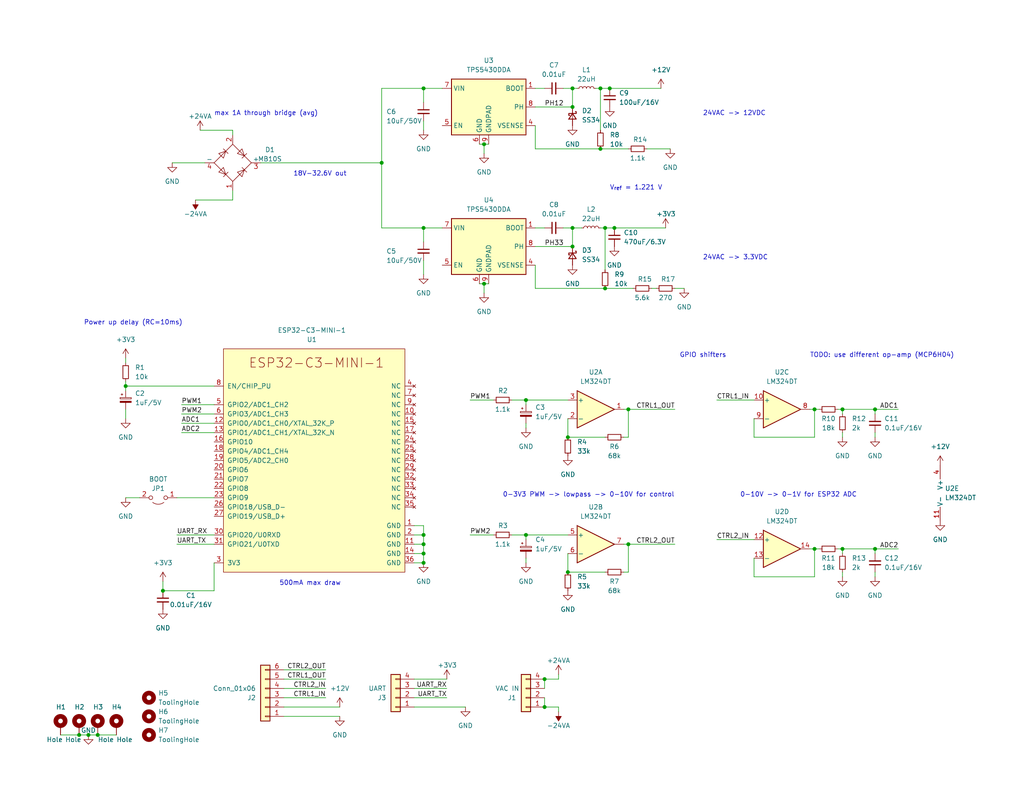
<source format=kicad_sch>
(kicad_sch (version 20211123) (generator eeschema)
  (paper "USLetter")
  (title_block (company "kelvie.ca"))
  (lib_symbols
    (symbol "Amplifier_Operational:LM324" (pin_names (offset 0.127))
      (property "Reference" "U" (at 0 5.08 0))
      (property "Value" "LM324" (at 0 -5.08 0))
      (symbol "LM324_1_1"
        (polyline (pts (xy -5.08 5.08) (xy 5.08 0) (xy -5.08 -5.08) (xy -5.08 5.08)) (stroke (width 0.254)) (fill (type background)))
        (pin output line (at 7.62 0 180) (length 2.54) (name "~") (number "1"))
        (pin input line (at -7.62 -2.54 0) (length 2.54) (name "-") (number "2"))
        (pin input line (at -7.62 2.54 0) (length 2.54) (name "+") (number "3"))
      )
      (symbol "LM324_2_1"
        (polyline (pts (xy -5.08 5.08) (xy 5.08 0) (xy -5.08 -5.08) (xy -5.08 5.08)) (stroke (width 0.254)) (fill (type background)))
        (pin input line (at -7.62 2.54 0) (length 2.54) (name "+") (number "5"))
        (pin input line (at -7.62 -2.54 0) (length 2.54) (name "-") (number "6"))
        (pin output line (at 7.62 0 180) (length 2.54) (name "~") (number "7"))
      )
      (symbol "LM324_3_1"
        (polyline (pts (xy -5.08 5.08) (xy 5.08 0) (xy -5.08 -5.08) (xy -5.08 5.08)) (stroke (width 0.254)) (fill (type background)))
        (pin input line (at -7.62 2.54 0) (length 2.54) (name "+") (number "10"))
        (pin output line (at 7.62 0 180) (length 2.54) (name "~") (number "8"))
        (pin input line (at -7.62 -2.54 0) (length 2.54) (name "-") (number "9"))
      )
      (symbol "LM324_4_1"
        (polyline (pts (xy -5.08 5.08) (xy 5.08 0) (xy -5.08 -5.08) (xy -5.08 5.08)) (stroke (width 0.254)) (fill (type background)))
        (pin input line (at -7.62 2.54 0) (length 2.54) (name "+") (number "12"))
        (pin input line (at -7.62 -2.54 0) (length 2.54) (name "-") (number "13"))
        (pin output line (at 7.62 0 180) (length 2.54) (name "~") (number "14"))
      )
      (symbol "LM324_5_1"
        (pin power_in line (at -2.54 -7.62 90) (length 3.81) (name "V-") (number "11"))
        (pin power_in line (at -2.54 7.62 270) (length 3.81) (name "V+") (number "4"))
      )
    )
    (symbol "Connector_Generic:Conn_01x04" (pin_names (offset 1.016) hide)
      (property "Reference" "J" (at 0 5.08 0))
      (property "Value" "Conn_01x04" (at 0 -7.62 0))
      (symbol "Conn_01x04_1_1"
        (rectangle (start -1.27 -4.953) (end 0 -5.207) (stroke (width 0.1524)))
        (rectangle (start -1.27 -2.413) (end 0 -2.667) (stroke (width 0.1524)))
        (rectangle (start -1.27 0.127) (end 0 -0.127) (stroke (width 0.1524)))
        (rectangle (start -1.27 2.667) (end 0 2.413) (stroke (width 0.1524)))
        (rectangle (start -1.27 3.81) (end 1.27 -6.35) (stroke (width 0.254)) (fill (type background)))
        (pin passive line (at -5.08 2.54 0) (length 3.81) (name "Pin_1") (number "1"))
        (pin passive line (at -5.08 0 0) (length 3.81) (name "Pin_2") (number "2"))
        (pin passive line (at -5.08 -2.54 0) (length 3.81) (name "Pin_3") (number "3"))
        (pin passive line (at -5.08 -5.08 0) (length 3.81) (name "Pin_4") (number "4"))
      )
    )
    (symbol "Connector_Generic:Conn_01x06" (pin_names (offset 1.016) hide)
      (property "Reference" "J" (at 0 7.62 0))
      (property "Value" "Conn_01x06" (at 0 -10.16 0))
      (symbol "Conn_01x06_1_1"
        (rectangle (start -1.27 -7.493) (end 0 -7.747) (stroke (width 0.1524)))
        (rectangle (start -1.27 -4.953) (end 0 -5.207) (stroke (width 0.1524)))
        (rectangle (start -1.27 -2.413) (end 0 -2.667) (stroke (width 0.1524)))
        (rectangle (start -1.27 0.127) (end 0 -0.127) (stroke (width 0.1524)))
        (rectangle (start -1.27 2.667) (end 0 2.413) (stroke (width 0.1524)))
        (rectangle (start -1.27 5.207) (end 0 4.953) (stroke (width 0.1524)))
        (rectangle (start -1.27 6.35) (end 1.27 -8.89) (stroke (width 0.254)) (fill (type background)))
        (pin passive line (at -5.08 5.08 0) (length 3.81) (name "Pin_1") (number "1"))
        (pin passive line (at -5.08 2.54 0) (length 3.81) (name "Pin_2") (number "2"))
        (pin passive line (at -5.08 0 0) (length 3.81) (name "Pin_3") (number "3"))
        (pin passive line (at -5.08 -2.54 0) (length 3.81) (name "Pin_4") (number "4"))
        (pin passive line (at -5.08 -5.08 0) (length 3.81) (name "Pin_5") (number "5"))
        (pin passive line (at -5.08 -7.62 0) (length 3.81) (name "Pin_6") (number "6"))
      )
    )
    (symbol "Device:C_Polarized_Small" (pin_numbers hide) (pin_names (offset 0.254) hide)
      (property "Reference" "C" (at 0.254 1.778 0))
      (property "Value" "C_Polarized_Small" (at 0.254 -2.032 0))
      (symbol "C_Polarized_Small_0_1"
        (rectangle (start -1.524 -0.3048) (end 1.524 -0.6858) (fill (type outline)))
        (rectangle (start -1.524 0.6858) (end 1.524 0.3048))
        (polyline (pts (xy -1.27 1.524) (xy -0.762 1.524)))
        (polyline (pts (xy -1.016 1.27) (xy -1.016 1.778)))
      )
      (symbol "C_Polarized_Small_1_1"
        (pin passive line (at 0 2.54 270) (length 1.8542) (name "~") (number "1"))
        (pin passive line (at 0 -2.54 90) (length 1.8542) (name "~") (number "2"))
      )
    )
    (symbol "Device:C_Small" (pin_numbers hide) (pin_names (offset 0.254) hide)
      (property "Reference" "C" (at 0.254 1.778 0))
      (property "Value" "C_Small" (at 0.254 -2.032 0))
      (symbol "C_Small_0_1"
        (polyline (pts (xy -1.524 -0.508) (xy 1.524 -0.508)) (stroke (width 0.3302)))
        (polyline (pts (xy -1.524 0.508) (xy 1.524 0.508)) (stroke (width 0.3048)))
      )
      (symbol "C_Small_1_1"
        (pin passive line (at 0 2.54 270) (length 2.032) (name "~") (number "1"))
        (pin passive line (at 0 -2.54 90) (length 2.032) (name "~") (number "2"))
      )
    )
    (symbol "Device:D_Schottky_Small" (pin_numbers hide) (pin_names (offset 0.254) hide)
      (property "Reference" "D" (at -1.27 2.032 0))
      (property "Value" "D_Schottky_Small" (at -7.112 -2.032 0))
      (symbol "D_Schottky_Small_0_1"
        (polyline (pts (xy -0.762 0) (xy 0.762 0)))
        (polyline (pts (xy 0.762 -1.016) (xy -0.762 0) (xy 0.762 1.016) (xy 0.762 -1.016)) (stroke (width 0.254)))
        (polyline (pts (xy -1.27 0.762) (xy -1.27 1.016) (xy -0.762 1.016) (xy -0.762 -1.016) (xy -0.254 -1.016) (xy -0.254 -0.762)) (stroke (width 0.254)))
      )
      (symbol "D_Schottky_Small_1_1"
        (pin passive line (at -2.54 0 0) (length 1.778) (name "K") (number "1"))
        (pin passive line (at 2.54 0 180) (length 1.778) (name "A") (number "2"))
      )
    )
    (symbol "Device:L_Small" (pin_numbers hide) (pin_names (offset 0.254) hide)
      (property "Reference" "L" (at 0.762 1.016 0))
      (property "Value" "L_Small" (at 0.762 -1.016 0))
      (symbol "L_Small_0_1"
        (arc (start 0 -2.032) (mid 0.508 -1.524) (end 0 -1.016))
        (arc (start 0 -1.016) (mid 0.508 -0.508) (end 0 0))
        (arc (start 0 0) (mid 0.508 0.508) (end 0 1.016))
        (arc (start 0 1.016) (mid 0.508 1.524) (end 0 2.032))
      )
      (symbol "L_Small_1_1"
        (pin passive line (at 0 2.54 270) (length 0.508) (name "~") (number "1"))
        (pin passive line (at 0 -2.54 90) (length 0.508) (name "~") (number "2"))
      )
    )
    (symbol "Device:R_Small" (pin_numbers hide) (pin_names (offset 0.254) hide)
      (property "Reference" "R" (at 0.762 0.508 0))
      (property "Value" "R_Small" (at 0.762 -1.016 0))
      (symbol "R_Small_0_1"
        (rectangle (start -0.762 1.778) (end 0.762 -1.778) (stroke (width 0.2032)))
      )
      (symbol "R_Small_1_1"
        (pin passive line (at 0 2.54 270) (length 0.762) (name "~") (number "1"))
        (pin passive line (at 0 -2.54 90) (length 0.762) (name "~") (number "2"))
      )
    )
    (symbol "Espressif:ESP32-C3-MINI-1" (pin_names (offset 1.016))
      (property "Reference" "U" (at 0 33.02 0))
      (property "Value" "ESP32-C3-MINI-1" (at 0 -30.48 0))
      (symbol "ESP32-C3-MINI-1_0_0"
        (text "ESP32-C3-MINI-1" (at 1.27 27.94 0) (effects (font (size 2.54 2.54))))
      )
      (symbol "ESP32-C3-MINI-1_0_1"
        (rectangle (start -24.13 31.75) (end 25.4 -29.21) (fill (type background)))
      )
      (symbol "ESP32-C3-MINI-1_1_1"
        (pin power_in line (at 27.94 -16.51 180) (length 2.54) (name "GND") (number "1"))
        (pin no_connect line (at 27.94 13.97 180) (length 2.54) (name "NC") (number "10"))
        (pin power_in line (at 27.94 -21.59 180) (length 2.54) (name "GND") (number "11"))
        (pin bidirectional line (at -26.67 11.43 0) (length 2.54) (name "GPIO0/ADC1_CH0/XTAL_32K_P") (number "12"))
        (pin bidirectional line (at -26.67 8.89 0) (length 2.54) (name "GPIO1/ADC1_CH1/XTAL_32K_N") (number "13"))
        (pin power_in line (at 27.94 -24.13 180) (length 2.54) (name "GND") (number "14"))
        (pin no_connect line (at 27.94 11.43 180) (length 2.54) (name "NC") (number "15"))
        (pin bidirectional line (at -26.67 6.35 0) (length 2.54) (name "GPIO10") (number "16"))
        (pin no_connect line (at 27.94 8.89 180) (length 2.54) (name "NC") (number "17"))
        (pin bidirectional line (at -26.67 3.81 0) (length 2.54) (name "GPIO4/ADC1_CH4") (number "18"))
        (pin bidirectional line (at -26.67 1.27 0) (length 2.54) (name "GPIO5/ADC2_CH0") (number "19"))
        (pin power_in line (at 27.94 -19.05 180) (length 2.54) (name "GND") (number "2"))
        (pin bidirectional line (at -26.67 -1.27 0) (length 2.54) (name "GPIO6") (number "20"))
        (pin bidirectional line (at -26.67 -3.81 0) (length 2.54) (name "GPIO7") (number "21"))
        (pin bidirectional line (at -26.67 -6.35 0) (length 2.54) (name "GPIO8") (number "22"))
        (pin bidirectional line (at -26.67 -8.89 0) (length 2.54) (name "GPIO9") (number "23"))
        (pin no_connect line (at 27.94 6.35 180) (length 2.54) (name "NC") (number "24"))
        (pin no_connect line (at 27.94 3.81 180) (length 2.54) (name "NC") (number "25"))
        (pin bidirectional line (at -26.67 -11.43 0) (length 2.54) (name "GPIO18/USB_D-") (number "26"))
        (pin bidirectional line (at -26.67 -13.97 0) (length 2.54) (name "GPIO19/USB_D+") (number "27"))
        (pin no_connect line (at 27.94 1.27 180) (length 2.54) (name "NC") (number "28"))
        (pin no_connect line (at 27.94 -1.27 180) (length 2.54) (name "NC") (number "29"))
        (pin power_in line (at -26.67 -26.67 0) (length 2.54) (name "3V3") (number "3"))
        (pin bidirectional line (at -26.67 -19.05 0) (length 2.54) (name "GPIO20/U0RXD") (number "30"))
        (pin bidirectional line (at -26.67 -21.59 0) (length 2.54) (name "GPIO21/U0TXD") (number "31"))
        (pin no_connect line (at 27.94 -3.81 180) (length 2.54) (name "NC") (number "32"))
        (pin no_connect line (at 27.94 -6.35 180) (length 2.54) (name "NC") (number "33"))
        (pin no_connect line (at 27.94 -8.89 180) (length 2.54) (name "NC") (number "34"))
        (pin no_connect line (at 27.94 -11.43 180) (length 2.54) (name "NC") (number "35"))
        (pin power_in line (at 27.94 -26.67 180) (length 2.54) (name "GND") (number "36"))
        (pin no_connect line (at 27.94 21.59 180) (length 2.54) (name "NC") (number "4"))
        (pin bidirectional line (at -26.67 16.51 0) (length 2.54) (name "GPIO2/ADC1_CH2") (number "5"))
        (pin bidirectional line (at -26.67 13.97 0) (length 2.54) (name "GPIO3/ADC1_CH3") (number "6"))
        (pin no_connect line (at 27.94 19.05 180) (length 2.54) (name "NC") (number "7"))
        (pin input line (at -26.67 21.59 0) (length 2.54) (name "EN/CHIP_PU") (number "8"))
        (pin no_connect line (at 27.94 16.51 180) (length 2.54) (name "NC") (number "9"))
      )
    )
    (symbol "Jumper:Jumper_2_Open" (pin_names (offset 0) hide)
      (property "Reference" "JP" (at 0 2.794 0))
      (property "Value" "Jumper_2_Open" (at 0 -2.286 0))
      (symbol "Jumper_2_Open_0_0"
        (circle (center -2.032 0) (radius 0.508))
        (circle (center 2.032 0) (radius 0.508))
      )
      (symbol "Jumper_2_Open_0_1"
        (arc (start 1.524 1.27) (mid 0 1.778) (end -1.524 1.27))
      )
      (symbol "Jumper_2_Open_1_1"
        (pin passive line (at -5.08 0 0) (length 2.54) (name "A") (number "1"))
        (pin passive line (at 5.08 0 180) (length 2.54) (name "B") (number "2"))
      )
    )
    (symbol "Mechanical:MountingHole" (pin_names (offset 1.016))
      (property "Reference" "H" (at 0 5.08 0))
      (property "Value" "MountingHole" (at 0 3.175 0))
      (symbol "MountingHole_0_1"
        (circle (center 0 0) (radius 1.27) (stroke (width 1.27)))
      )
    )
    (symbol "Mechanical:MountingHole_Pad" (pin_numbers hide) (pin_names (offset 1.016) hide)
      (property "Reference" "H" (at 0 6.35 0))
      (property "Value" "MountingHole_Pad" (at 0 4.445 0))
      (symbol "MountingHole_Pad_0_1"
        (circle (center 0 1.27) (radius 1.27) (stroke (width 1.27)))
      )
      (symbol "MountingHole_Pad_1_1"
        (pin input line (at 0 -2.54 90) (length 2.54) (name "1") (number "1"))
      )
    )
    (symbol "Regulator_Switching:TPS5430DDA"
      (property "Reference" "U" (at -10.16 8.89 0))
      (property "Value" "TPS5430DDA" (at -1.27 8.89 0))
      (symbol "TPS5430DDA_0_1"
        (rectangle (start -10.16 7.62) (end 10.16 -7.62) (stroke (width 0.254)) (fill (type background)))
      )
      (symbol "TPS5430DDA_1_1"
        (pin input line (at 12.7 5.08 180) (length 2.54) (name "BOOT") (number "1"))
        (pin no_connect line (at -10.16 2.54 0) (length 2.54) hide (name "NC") (number "2"))
        (pin no_connect line (at -10.16 -2.54 0) (length 2.54) hide (name "NC") (number "3"))
        (pin input line (at 12.7 -5.08 180) (length 2.54) (name "VSENSE") (number "4"))
        (pin input line (at -12.7 -5.08 0) (length 2.54) (name "EN") (number "5"))
        (pin power_in line (at -2.54 -10.16 90) (length 2.54) (name "GND") (number "6"))
        (pin power_in line (at -12.7 5.08 0) (length 2.54) (name "VIN") (number "7"))
        (pin output line (at 12.7 0 180) (length 2.54) (name "PH") (number "8"))
        (pin power_in line (at 0 -10.16 90) (length 2.54) (name "GNDPAD") (number "9"))
      )
    )
    (symbol "kelvie:MB10S" (pin_names (offset 0))
      (property "Reference" "D" (at 2.54 6.985 0))
      (property "Value" "MB10S" (at 2.54 5.08 0))
      (symbol "MB10S_0_1"
        (polyline (pts (xy -2.54 3.81) (xy -1.27 2.54)))
        (polyline (pts (xy -1.27 -2.54) (xy -2.54 -3.81)))
        (polyline (pts (xy 2.54 -1.27) (xy 3.81 -2.54)))
        (polyline (pts (xy 2.54 1.27) (xy 3.81 2.54)))
        (polyline (pts (xy -3.81 2.54) (xy -2.54 1.27) (xy -1.905 3.175) (xy -3.81 2.54)))
        (polyline (pts (xy -2.54 -1.27) (xy -3.81 -2.54) (xy -1.905 -3.175) (xy -2.54 -1.27)))
        (polyline (pts (xy 1.27 2.54) (xy 2.54 3.81) (xy 3.175 1.905) (xy 1.27 2.54)))
        (polyline (pts (xy 3.175 -1.905) (xy 1.27 -2.54) (xy 2.54 -3.81) (xy 3.175 -1.905)))
        (polyline (pts (xy -5.08 0) (xy 0 -5.08) (xy 5.08 0) (xy 0 5.08) (xy -5.08 0)))
      )
      (symbol "MB10S_1_1"
        (pin passive line (at 0 -7.62 90) (length 2.54) (name "~") (number "1"))
        (pin passive line (at 0 7.62 270) (length 2.54) (name "~") (number "2"))
        (pin passive line (at 7.62 0 180) (length 2.54) (name "+") (number "3"))
        (pin passive line (at -7.62 0 0) (length 2.54) (name "-") (number "4"))
      )
    )
    (symbol "kelvie_power:+24VA" (power) (pin_names (offset 0))
      (property "Value" "+24VA" (at 0 3.556 0))
      (symbol "+24VA_0_1"
        (polyline (pts (xy -0.762 1.27) (xy 0 2.54)))
        (polyline (pts (xy 0 0) (xy 0 2.54)))
        (polyline (pts (xy 0 2.54) (xy 0.762 1.27)))
      )
      (symbol "+24VA_1_1"
        (pin power_in line (at 0 0 90) (length 0) hide (name "+24VA") (number "1"))
      )
    )
    (symbol "kelvie_power:-24VA" (power) (pin_names (offset 0))
      (property "Value" "-24VA" (at 0 3.556 0))
      (symbol "-24VA_0_0"
        (pin power_in line (at 0 0 90) (length 0) hide (name "-24VA") (number "1"))
      )
      (symbol "-24VA_0_1"
        (polyline (pts (xy 0 0) (xy 0 1.27) (xy 0.762 1.27) (xy 0 2.54) (xy -0.762 1.27) (xy 0 1.27)) (fill (type outline)))
      )
    )
    (symbol "power:+12V" (power) (pin_names (offset 0))
      (property "Value" "+12V" (at 0 3.556 0))
      (symbol "+12V_0_1"
        (polyline (pts (xy -0.762 1.27) (xy 0 2.54)))
        (polyline (pts (xy 0 0) (xy 0 2.54)))
        (polyline (pts (xy 0 2.54) (xy 0.762 1.27)))
      )
      (symbol "+12V_1_1"
        (pin power_in line (at 0 0 90) (length 0) hide (name "+12V") (number "1"))
      )
    )
    (symbol "power:+3.3V" (power) (pin_names (offset 0))
      (property "Value" "+3.3V" (at 0 3.556 0))
      (symbol "+3.3V_0_1"
        (polyline (pts (xy -0.762 1.27) (xy 0 2.54)))
        (polyline (pts (xy 0 0) (xy 0 2.54)))
        (polyline (pts (xy 0 2.54) (xy 0.762 1.27)))
      )
      (symbol "+3.3V_1_1"
        (pin power_in line (at 0 0 90) (length 0) hide (name "+3V3") (number "1"))
      )
    )
    (symbol "power:GND" (power) (pin_names (offset 0))
      (property "Value" "GND" (at 0 -3.81 0))
      (symbol "GND_0_1"
        (polyline (pts (xy 0 0) (xy 0 -1.27) (xy 1.27 -1.27) (xy 0 -2.54) (xy -1.27 -1.27) (xy 0 -1.27)))
      )
      (symbol "GND_1_1"
        (pin power_in line (at 0 0 270) (length 0) hide (name "GND") (number "1"))
      )
    )
  )
  (junction (at 132.08 77.47))
  (junction (at 167.64 62.23))
  (junction (at 229.87 149.86))
  (junction (at 26.67 200.66))
  (junction (at 154.94 156.21))
  (junction (at 115.57 62.23))
  (junction (at 143.51 109.22))
  (junction (at 44.45 161.29))
  (junction (at 171.45 111.76))
  (junction (at 229.87 111.76))
  (junction (at 222.25 149.86))
  (junction (at 165.1 78.74))
  (junction (at 156.21 67.31))
  (junction (at 34.29 105.41))
  (junction (at 104.14 44.45))
  (junction (at 156.21 29.21))
  (junction (at 115.57 151.13))
  (junction (at 238.76 149.86))
  (junction (at 143.51 146.05))
  (junction (at 115.57 153.67))
  (junction (at 238.76 111.76))
  (junction (at 154.94 119.38))
  (junction (at 148.59 185.42))
  (junction (at 132.08 39.37))
  (junction (at 115.57 24.13))
  (junction (at 163.83 40.64))
  (junction (at 222.25 111.76))
  (junction (at 115.57 148.59))
  (junction (at 156.21 24.13))
  (junction (at 163.83 24.13))
  (junction (at 24.13 200.66))
  (junction (at 166.37 24.13))
  (junction (at 115.57 146.05))
  (junction (at 148.59 193.04))
  (junction (at 21.59 200.66))
  (junction (at 165.1 62.23))
  (junction (at 156.21 62.23))
  (junction (at 171.45 148.59))
  (wire (pts (xy 146.05 67.31) (xy 156.21 67.31)))
  (wire (pts (xy 165.1 78.74) (xy 146.05 78.74)))
  (wire (pts (xy 58.42 146.05) (xy 48.26 146.05)))
  (wire (pts (xy 156.21 24.13) (xy 157.48 24.13)))
  (wire (pts (xy 132.08 77.47) (xy 133.35 77.47)))
  (wire (pts (xy 58.42 135.89) (xy 48.26 135.89)))
  (wire (pts (xy 238.76 156.21) (xy 238.76 157.48)))
  (wire (pts (xy 44.45 161.29) (xy 58.42 161.29)))
  (wire (pts (xy 46.99 44.45) (xy 55.88 44.45)))
  (wire (pts (xy 195.58 109.22) (xy 205.74 109.22)))
  (wire (pts (xy 115.57 146.05) (xy 115.57 148.59)))
  (wire (pts (xy 179.07 78.74) (xy 177.8 78.74)))
  (wire (pts (xy 115.57 143.51) (xy 115.57 146.05)))
  (wire (pts (xy 229.87 118.11) (xy 229.87 119.38)))
  (wire (pts (xy 143.51 152.4) (xy 143.51 153.67)))
  (wire (pts (xy 34.29 135.89) (xy 38.1 135.89)))
  (wire (pts (xy 222.25 149.86) (xy 222.25 157.48)))
  (wire (pts (xy 228.6 111.76) (xy 229.87 111.76)))
  (wire (pts (xy 143.51 109.22) (xy 154.94 109.22)))
  (wire (pts (xy 115.57 74.93) (xy 115.57 71.12)))
  (wire (pts (xy 171.45 111.76) (xy 184.15 111.76)))
  (wire (pts (xy 143.51 146.05) (xy 154.94 146.05)))
  (wire (pts (xy 156.21 29.21) (xy 156.21 24.13)))
  (wire (pts (xy 132.08 39.37) (xy 132.08 41.91)))
  (wire (pts (xy 104.14 24.13) (xy 115.57 24.13)))
  (wire (pts (xy 152.4 193.04) (xy 152.4 194.31)))
  (wire (pts (xy 88.9 187.96) (xy 77.47 187.96)))
  (wire (pts (xy 222.25 111.76) (xy 220.98 111.76)))
  (wire (pts (xy 195.58 147.32) (xy 205.74 147.32)))
  (wire (pts (xy 166.37 24.13) (xy 180.34 24.13)))
  (wire (pts (xy 115.57 62.23) (xy 120.65 62.23)))
  (wire (pts (xy 104.14 44.45) (xy 104.14 24.13)))
  (wire (pts (xy 163.83 40.64) (xy 146.05 40.64)))
  (wire (pts (xy 77.47 193.04) (xy 92.71 193.04)))
  (wire (pts (xy 34.29 105.41) (xy 58.42 105.41)))
  (wire (pts (xy 58.42 161.29) (xy 58.42 153.67)))
  (wire (pts (xy 49.53 113.03) (xy 58.42 113.03)))
  (wire (pts (xy 223.52 149.86) (xy 222.25 149.86)))
  (wire (pts (xy 165.1 78.74) (xy 172.72 78.74)))
  (wire (pts (xy 121.92 190.5) (xy 113.03 190.5)))
  (wire (pts (xy 92.71 195.58) (xy 77.47 195.58)))
  (wire (pts (xy 146.05 29.21) (xy 156.21 29.21)))
  (wire (pts (xy 115.57 148.59) (xy 115.57 151.13)))
  (wire (pts (xy 115.57 146.05) (xy 113.03 146.05)))
  (wire (pts (xy 156.21 67.31) (xy 156.21 62.23)))
  (wire (pts (xy 154.94 151.13) (xy 154.94 156.21)))
  (wire (pts (xy 156.21 62.23) (xy 153.67 62.23)))
  (wire (pts (xy 63.5 35.56) (xy 63.5 36.83)))
  (wire (pts (xy 148.59 190.5) (xy 148.59 193.04)))
  (wire (pts (xy 88.9 185.42) (xy 77.47 185.42)))
  (wire (pts (xy 163.83 35.56) (xy 163.83 24.13)))
  (wire (pts (xy 163.83 62.23) (xy 165.1 62.23)))
  (wire (pts (xy 121.92 185.42) (xy 113.03 185.42)))
  (wire (pts (xy 238.76 111.76) (xy 245.11 111.76)))
  (wire (pts (xy 34.29 105.41) (xy 34.29 104.14)))
  (wire (pts (xy 154.94 156.21) (xy 165.1 156.21)))
  (wire (pts (xy 148.59 24.13) (xy 146.05 24.13)))
  (wire (pts (xy 222.25 111.76) (xy 222.25 119.38)))
  (wire (pts (xy 115.57 148.59) (xy 113.03 148.59)))
  (wire (pts (xy 167.64 62.23) (xy 181.61 62.23)))
  (wire (pts (xy 146.05 72.39) (xy 146.05 78.74)))
  (wire (pts (xy 49.53 115.57) (xy 58.42 115.57)))
  (wire (pts (xy 54.61 35.56) (xy 63.5 35.56)))
  (wire (pts (xy 228.6 149.86) (xy 229.87 149.86)))
  (wire (pts (xy 154.94 114.3) (xy 154.94 119.38)))
  (wire (pts (xy 143.51 147.32) (xy 143.51 146.05)))
  (wire (pts (xy 143.51 116.84) (xy 143.51 115.57)))
  (wire (pts (xy 34.29 106.68) (xy 34.29 105.41)))
  (wire (pts (xy 205.74 157.48) (xy 205.74 152.4)))
  (wire (pts (xy 171.45 111.76) (xy 171.45 119.38)))
  (wire (pts (xy 229.87 149.86) (xy 229.87 151.13)))
  (wire (pts (xy 146.05 34.29) (xy 146.05 40.64)))
  (wire (pts (xy 71.12 44.45) (xy 104.14 44.45)))
  (wire (pts (xy 205.74 119.38) (xy 205.74 114.3)))
  (wire (pts (xy 121.92 187.96) (xy 113.03 187.96)))
  (wire (pts (xy 49.53 118.11) (xy 58.42 118.11)))
  (wire (pts (xy 222.25 157.48) (xy 205.74 157.48)))
  (wire (pts (xy 152.4 184.15) (xy 152.4 185.42)))
  (wire (pts (xy 115.57 143.51) (xy 113.03 143.51)))
  (wire (pts (xy 148.59 62.23) (xy 146.05 62.23)))
  (wire (pts (xy 162.56 24.13) (xy 163.83 24.13)))
  (wire (pts (xy 130.81 39.37) (xy 132.08 39.37)))
  (wire (pts (xy 104.14 62.23) (xy 115.57 62.23)))
  (wire (pts (xy 115.57 35.56) (xy 115.57 33.02)))
  (wire (pts (xy 220.98 149.86) (xy 222.25 149.86)))
  (wire (pts (xy 88.9 190.5) (xy 77.47 190.5)))
  (wire (pts (xy 171.45 119.38) (xy 170.18 119.38)))
  (wire (pts (xy 184.15 78.74) (xy 186.69 78.74)))
  (wire (pts (xy 165.1 73.66) (xy 165.1 62.23)))
  (wire (pts (xy 238.76 151.13) (xy 238.76 149.86)))
  (wire (pts (xy 170.18 148.59) (xy 171.45 148.59)))
  (wire (pts (xy 229.87 111.76) (xy 238.76 111.76)))
  (wire (pts (xy 132.08 77.47) (xy 132.08 80.01)))
  (wire (pts (xy 156.21 24.13) (xy 153.67 24.13)))
  (wire (pts (xy 24.13 200.66) (xy 26.67 200.66)))
  (wire (pts (xy 143.51 110.49) (xy 143.51 109.22)))
  (wire (pts (xy 158.75 62.23) (xy 156.21 62.23)))
  (wire (pts (xy 115.57 153.67) (xy 113.03 153.67)))
  (wire (pts (xy 223.52 111.76) (xy 222.25 111.76)))
  (wire (pts (xy 115.57 27.94) (xy 115.57 24.13)))
  (wire (pts (xy 163.83 24.13) (xy 166.37 24.13)))
  (wire (pts (xy 16.51 200.66) (xy 21.59 200.66)))
  (wire (pts (xy 238.76 113.03) (xy 238.76 111.76)))
  (wire (pts (xy 148.59 185.42) (xy 148.59 187.96)))
  (wire (pts (xy 165.1 62.23) (xy 167.64 62.23)))
  (wire (pts (xy 88.9 182.88) (xy 77.47 182.88)))
  (wire (pts (xy 163.83 40.64) (xy 171.45 40.64)))
  (wire (pts (xy 238.76 149.86) (xy 245.11 149.86)))
  (wire (pts (xy 152.4 185.42) (xy 148.59 185.42)))
  (wire (pts (xy 132.08 39.37) (xy 133.35 39.37)))
  (wire (pts (xy 115.57 66.04) (xy 115.57 62.23)))
  (wire (pts (xy 44.45 158.75) (xy 44.45 161.29)))
  (wire (pts (xy 229.87 111.76) (xy 229.87 113.03)))
  (wire (pts (xy 130.81 77.47) (xy 132.08 77.47)))
  (wire (pts (xy 154.94 119.38) (xy 165.1 119.38)))
  (wire (pts (xy 229.87 156.21) (xy 229.87 157.48)))
  (wire (pts (xy 171.45 156.21) (xy 170.18 156.21)))
  (wire (pts (xy 115.57 151.13) (xy 113.03 151.13)))
  (wire (pts (xy 139.7 109.22) (xy 143.51 109.22)))
  (wire (pts (xy 171.45 148.59) (xy 184.15 148.59)))
  (wire (pts (xy 104.14 44.45) (xy 104.14 62.23)))
  (wire (pts (xy 63.5 54.61) (xy 63.5 52.07)))
  (wire (pts (xy 34.29 114.3) (xy 34.29 111.76)))
  (wire (pts (xy 34.29 99.06) (xy 34.29 97.79)))
  (wire (pts (xy 128.27 109.22) (xy 134.62 109.22)))
  (wire (pts (xy 229.87 149.86) (xy 238.76 149.86)))
  (wire (pts (xy 58.42 148.59) (xy 48.26 148.59)))
  (wire (pts (xy 128.27 146.05) (xy 134.62 146.05)))
  (wire (pts (xy 26.67 200.66) (xy 31.75 200.66)))
  (wire (pts (xy 115.57 151.13) (xy 115.57 153.67)))
  (wire (pts (xy 148.59 193.04) (xy 152.4 193.04)))
  (wire (pts (xy 58.42 110.49) (xy 49.53 110.49)))
  (wire (pts (xy 115.57 24.13) (xy 120.65 24.13)))
  (wire (pts (xy 238.76 119.38) (xy 238.76 118.11)))
  (wire (pts (xy 222.25 119.38) (xy 205.74 119.38)))
  (wire (pts (xy 21.59 200.66) (xy 24.13 200.66)))
  (wire (pts (xy 127 193.04) (xy 113.03 193.04)))
  (wire (pts (xy 139.7 146.05) (xy 143.51 146.05)))
  (wire (pts (xy 171.45 148.59) (xy 171.45 156.21)))
  (wire (pts (xy 53.34 54.61) (xy 63.5 54.61)))
  (wire (pts (xy 176.53 40.64) (xy 182.88 40.64)))
  (wire (pts (xy 171.45 111.76) (xy 170.18 111.76)))
  (text "0-3V3 PWM -> lowpass -> 0-10V for control" (at 137.16 135.89 0) (effects (font (size 1.27 1.27)) (justify left bottom)))
  (text "24VAC -> 12VDC" (at 191.77 31.75 0) (effects (font (size 1.27 1.27)) (justify left bottom)))
  (text "500mA max draw" (at 76.2 160.02 0) (effects (font (size 1.27 1.27)) (justify left bottom)))
  (text "GPIO shifters\n" (at 185.42 97.79 0) (effects (font (size 1.27 1.27)) (justify left bottom)))
  (text "18V-32.6V out" (at 80.01 48.26 0) (effects (font (size 1.27 1.27)) (justify left bottom)))
  (text "0-10V -> 0-1V for ESP32 ADC" (at 201.93 135.89 0) (effects (font (size 1.27 1.27)) (justify left bottom)))
  (text "24VAC -> 3.3VDC" (at 191.77 71.12 0) (effects (font (size 1.27 1.27)) (justify left bottom)))
  (text "V_{ref} = 1.221 V" (at 166.37 52.07 0) (effects (font (size 1.27 1.27)) (justify left bottom)))
  (text "TODO: use different op-amp (MCP6H04)" (at 220.98 97.79 0) (effects (font (size 1.27 1.27)) (justify left bottom)))
  (text "max 1A through bridge (avg)" (at 58.42 31.75 0) (effects (font (size 1.27 1.27)) (justify left bottom)))
  (text "Power up delay (RC=10ms)" (at 22.86 88.9 0) (effects (font (size 1.27 1.27)) (justify left bottom)))
  (label "PH12" (at 148.59 29.21 0))
  (label "UART_RX" (at 48.26 146.05 0))
  (label "PWM1" (at 128.27 109.22 0))
  (label "PWM1" (at 49.53 110.49 0))
  (label "ADC1" (at 245.11 111.76 180))
  (label "UART_TX" (at 121.92 190.5 180))
  (label "CTRL1_IN" (at 88.9 190.5 180))
  (label "CTRL2_OUT" (at 184.15 148.59 180))
  (label "PH33" (at 148.59 67.31 0))
  (label "CTRL1_IN" (at 195.58 109.22 0))
  (label "UART_RX" (at 121.92 187.96 180))
  (label "CTRL2_IN" (at 88.9 187.96 180))
  (label "CTRL1_OUT" (at 184.15 111.76 180))
  (label "UART_TX" (at 48.26 148.59 0))
  (label "ADC1" (at 49.53 115.57 0))
  (label "CTRL2_OUT" (at 88.9 182.88 180))
  (label "ADC2" (at 49.53 118.11 0))
  (label "ADC2" (at 245.11 149.86 180))
  (label "CTRL2_IN" (at 195.58 147.32 0))
  (label "CTRL1_OUT" (at 88.9 185.42 180))
  (label "PWM2" (at 49.53 113.03 0))
  (label "PWM2" (at 128.27 146.05 0))
  (symbol (lib_id "power:GND") (at 34.29 135.89 0) (unit 1)
    (property "Reference" "#PWR019" (effects hide))
    (property "Value" "GND" (at 34.29 140.97 0))
  )
  (symbol (lib_id "power:GND") (at 44.45 166.37 0) (unit 1)
    (property "Reference" "#PWR02" (effects hide))
    (property "Value" "GND" (at 44.45 171.45 0))
  )
  (symbol (lib_id "power:GND") (at 166.37 29.21 0) (unit 1)
    (property "Reference" "#PWR027" (effects hide))
    (property "Value" "GND" (at 166.37 34.29 0))
  )
  (symbol (lib_id "Device:C_Small") (at 166.37 26.67 0) (unit 1)
    (property "Reference" "C9" (at 168.91 25.4062 0) (effects (justify left)))
    (property "Value" "100uF/16V" (at 168.91 27.9462 0) (effects (justify left)))
    (property "Footprint" "Capacitor_Tantalum_SMD:CP_EIA-7343-31_Kemet-D" (effects hide))
  )
  (symbol (lib_id "kelvie_power:-24VA") (at 152.4 194.31 0) (mirror x) (unit 1)
    (property "Reference" "#PWR04" (effects hide))
    (property "Value" "-24VA" (at 152.4 198.12 0))
  )
  (symbol (lib_id "Amplifier_Operational:LM324") (at 213.36 111.76 0) (unit 3)
    (property "Reference" "U2" (at 213.36 101.6 0))
    (property "Value" "LM324DT" (at 213.36 104.14 0))
    (property "Footprint" "Package_SO:SOIC-14_3.9x8.7mm_P1.27mm" (effects hide))
    (property "Datasheet" "http://www.ti.com/lit/ds/symlink/lm2902-n.pdf" (effects hide))
  )
  (symbol (lib_id "Device:R_Small") (at 167.64 119.38 90) (unit 1)
    (property "Reference" "R6" (at 167.64 121.92 90))
    (property "Value" "68k" (at 167.64 124.46 90))
    (property "Footprint" "Resistor_SMD:R_0402_1005Metric" (effects hide))
  )
  (symbol (lib_id "Device:C_Small") (at 151.13 24.13 90) (unit 1)
    (property "Reference" "C7" (at 151.1363 17.78 90))
    (property "Value" "0.01uF" (at 151.1363 20.32 90))
    (property "Footprint" "Capacitor_SMD:C_0402_1005Metric" (effects hide))
  )
  (symbol (lib_id "power:GND") (at 92.71 195.58 0) (unit 1)
    (property "Reference" "#PWR09" (effects hide))
    (property "Value" "GND" (at 92.71 200.66 0))
  )
  (symbol (lib_id "power:GND") (at 143.51 153.67 0) (unit 1)
    (property "Reference" "#PWR015" (effects hide))
    (property "Value" "GND" (at 143.51 158.75 0))
  )
  (symbol (lib_id "power:GND") (at 229.87 119.38 0) (unit 1)
    (property "Reference" "#PWR029" (effects hide))
    (property "Value" "GND" (at 229.87 124.46 0))
  )
  (symbol (lib_id "kelvie:MB10S") (at 63.5 44.45 0) (unit 1)
    (property "Reference" "D1" (at 73.66 40.8686 0))
    (property "Value" "MB10S" (at 73.66 43.4086 0))
    (property "Footprint" "Package_TO_SOT_SMD:TO-269AA" (effects hide))
    (property "Datasheet" "https://datasheet.lcsc.com/lcsc/2105061432_MDD-Microdiode-Electronics--MB10S_C2488.pdf" (effects hide))
  )
  (symbol (lib_id "power:GND") (at 46.99 44.45 0) (unit 1)
    (property "Reference" "#PWR010" (effects hide))
    (property "Value" "GND" (at 46.99 49.53 0))
  )
  (symbol (lib_id "Device:C_Small") (at 238.76 115.57 180) (unit 1)
    (property "Reference" "C11" (at 241.3 114.2935 0) (effects (justify right)))
    (property "Value" "0.1uF/16V" (at 241.3 116.8335 0) (effects (justify right)))
    (property "Footprint" "Capacitor_SMD:C_0402_1005Metric" (effects hide))
  )
  (symbol (lib_id "kelvie_power:-24VA") (at 53.34 54.61 180) (unit 1)
    (property "Reference" "#PWR012" (effects hide))
    (property "Value" "-24VA" (at 53.34 58.42 0))
  )
  (symbol (lib_id "Device:D_Schottky_Small") (at 156.21 69.85 270) (unit 1)
    (property "Reference" "D3" (at 158.75 68.3259 90) (effects (justify left)))
    (property "Value" "SS34" (at 158.75 70.8659 90) (effects (justify left)))
    (property "Footprint" "Diode_SMD:D_SMA" (effects hide))
  )
  (symbol (lib_id "Amplifier_Operational:LM324") (at 213.36 149.86 0) (unit 4)
    (property "Reference" "U2" (at 213.36 139.7 0))
    (property "Value" "LM324DT" (at 213.36 142.24 0))
    (property "Footprint" "Package_SO:SOIC-14_3.9x8.7mm_P1.27mm" (effects hide))
    (property "Datasheet" "http://www.ti.com/lit/ds/symlink/lm2902-n.pdf" (effects hide))
  )
  (symbol (lib_id "Device:L_Small") (at 161.29 62.23 90) (unit 1)
    (property "Reference" "L2" (at 161.29 57.15 90))
    (property "Value" "22uH" (at 161.29 59.69 90))
    (property "Footprint" "inductors:L_SXN_SMRH74-220MT" (effects hide))
    (property "Datasheet" "https://datasheet.lcsc.com/lcsc/2108131530_SXN-Shun-Xiang-Nuo-Elec-SMRH74-220MT_C27442.pdf" (effects hide))
  )
  (symbol (lib_id "power:+12V") (at 92.71 193.04 0) (unit 1)
    (property "Reference" "#PWR08" (effects hide))
    (property "Value" "+12V" (at 92.71 187.96 0))
  )
  (symbol (lib_id "power:GND") (at 127 193.04 0) (unit 1)
    (property "Reference" "#PWR020" (effects hide))
    (property "Value" "GND" (at 127 198.12 0))
  )
  (symbol (lib_id "Device:R_Small") (at 226.06 111.76 90) (unit 1)
    (property "Reference" "R10" (at 226.06 114.3 90))
    (property "Value" "18k" (at 226.06 116.84 90))
    (property "Footprint" "Resistor_SMD:R_0402_1005Metric" (effects hide))
  )
  (symbol (lib_id "Device:C_Small") (at 151.13 62.23 90) (unit 1)
    (property "Reference" "C8" (at 151.1363 55.88 90))
    (property "Value" "0.01uF" (at 151.1363 58.42 90))
    (property "Footprint" "Capacitor_SMD:C_0402_1005Metric" (effects hide))
  )
  (symbol (lib_id "Device:R_Small") (at 154.94 158.75 0) (unit 1)
    (property "Reference" "R5" (at 157.48 157.4799 0) (effects (justify left)))
    (property "Value" "33k" (at 157.48 160.0199 0) (effects (justify left)))
    (property "Footprint" "Resistor_SMD:R_0402_1005Metric" (effects hide))
  )
  (symbol (lib_id "power:+3.3V") (at 181.61 62.23 0) (unit 1)
    (property "Reference" "#PWR034" (effects hide))
    (property "Value" "+3.3V" (at 179.07 58.42 0) (effects (justify left)))
  )
  (symbol (lib_id "power:GND") (at 229.87 157.48 0) (unit 1)
    (property "Reference" "#PWR030" (effects hide))
    (property "Value" "GND" (at 229.87 162.56 0))
  )
  (symbol (lib_id "Device:R_Small") (at 175.26 78.74 270) (unit 1)
    (property "Reference" "R15" (at 173.99 76.2 90) (effects (justify left)))
    (property "Value" "5.6k" (at 175.26 81.28 90))
    (property "Footprint" "Resistor_SMD:R_0402_1005Metric" (effects hide))
  )
  (symbol (lib_id "Device:L_Small") (at 160.02 24.13 90) (unit 1)
    (property "Reference" "L1" (at 160.02 19.05 90))
    (property "Value" "22uH" (at 160.02 21.59 90))
    (property "Footprint" "inductors:L_SXN_SMRH74-220MT" (effects hide))
    (property "Datasheet" "https://datasheet.lcsc.com/lcsc/2108131530_SXN-Shun-Xiang-Nuo-Elec-SMRH74-220MT_C27442.pdf" (effects hide))
  )
  (symbol (lib_id "power:GND") (at 186.69 78.74 0) (unit 1)
    (property "Reference" "#PWR036" (effects hide))
    (property "Value" "GND" (at 186.69 83.82 0))
  )
  (symbol (lib_id "Device:C_Small") (at 238.76 153.67 180) (unit 1)
    (property "Reference" "C12" (at 241.3 152.3935 0) (effects (justify right)))
    (property "Value" "0.1uF/16V" (at 241.3 154.9335 0) (effects (justify right)))
    (property "Footprint" "Capacitor_SMD:C_0402_1005Metric" (effects hide))
  )
  (symbol (lib_id "power:+12V") (at 180.34 24.13 0) (unit 1)
    (property "Reference" "#PWR031" (effects hide))
    (property "Value" "+12V" (at 180.34 19.05 0))
  )
  (symbol (lib_id "Connector_Generic:Conn_01x06") (at 72.39 190.5 180) (unit 1)
    (property "Reference" "J2" (at 69.85 190.5001 0) (effects (justify left)))
    (property "Value" "Conn_01x06" (at 69.85 187.9601 0) (effects (justify left)))
    (property "Footprint" "Connector_JST:JST_XH_B6B-XH-A_1x06_P2.50mm_Vertical" (effects hide))
  )
  (symbol (lib_id "Mechanical:MountingHole_Pad") (at 26.67 198.12 0) (unit 1)
    (property "Reference" "H3" (at 25.4 193.04 0) (effects (justify left)))
    (property "Value" "Hole" (at 17.78 201.93 0) (effects (justify left)))
    (property "Footprint" "MountingHole:MountingHole_2.2mm_M2_DIN965_Pad" (effects hide))
  )
  (symbol (lib_id "Device:C_Small") (at 167.64 64.77 0) (unit 1)
    (property "Reference" "C10" (at 170.18 63.5062 0) (effects (justify left)))
    (property "Value" "470uF/6.3V" (at 170.18 66.0462 0) (effects (justify left)))
    (property "Footprint" "Capacitor_Tantalum_SMD:CP_EIA-7343-31_Kemet-D" (effects hide))
  )
  (symbol (lib_id "Device:R_Small") (at 34.29 101.6 0) (unit 1)
    (property "Reference" "R1" (at 36.83 100.3299 0) (effects (justify left)))
    (property "Value" "10k" (at 36.83 102.8699 0) (effects (justify left)))
    (property "Footprint" "Resistor_SMD:R_0402_1005Metric" (effects hide))
  )
  (symbol (lib_id "power:GND") (at 156.21 72.39 0) (unit 1)
    (property "Reference" "#PWR026" (effects hide))
    (property "Value" "GND" (at 156.21 77.47 0))
  )
  (symbol (lib_id "kelvie_power:+24VA") (at 152.4 184.15 0) (unit 1)
    (property "Reference" "#PWR03" (effects hide))
    (property "Value" "+24VA" (at 152.4 180.34 0))
  )
  (symbol (lib_id "Mechanical:MountingHole_Pad") (at 16.51 198.12 0) (unit 1)
    (property "Reference" "H1" (at 15.24 193.04 0) (effects (justify left)))
    (property "Value" "Hole" (at 12.7 201.93 0) (effects (justify left)))
    (property "Footprint" "MountingHole:MountingHole_2.2mm_M2_DIN965_Pad" (effects hide))
  )
  (symbol (lib_id "Device:C_Polarized_Small") (at 34.29 109.22 0) (unit 1)
    (property "Reference" "C2" (at 36.83 107.4038 0) (effects (justify left)))
    (property "Value" "1uF/5V" (at 36.83 109.9438 0) (effects (justify left)))
    (property "Footprint" "Capacitor_SMD:C_0402_1005Metric" (effects hide))
  )
  (symbol (lib_id "power:GND") (at 238.76 157.48 0) (unit 1)
    (property "Reference" "#PWR033" (effects hide))
    (property "Value" "GND" (at 238.76 162.56 0))
  )
  (symbol (lib_id "Device:R_Small") (at 181.61 78.74 270) (unit 1)
    (property "Reference" "R17" (at 180.34 76.2 90) (effects (justify left)))
    (property "Value" "270" (at 181.61 81.28 90))
    (property "Footprint" "Resistor_SMD:R_0402_1005Metric" (effects hide))
  )
  (symbol (lib_id "power:GND") (at 132.08 41.91 0) (unit 1)
    (property "Reference" "#PWR023" (effects hide))
    (property "Value" "GND" (at 132.08 46.99 0))
  )
  (symbol (lib_id "Device:C_Polarized_Small") (at 143.51 149.86 0) (unit 1)
    (property "Reference" "C4" (at 146.05 147.32 0) (effects (justify left)))
    (property "Value" "1uF/5V" (at 146.05 149.86 0) (effects (justify left)))
    (property "Footprint" "Capacitor_SMD:C_0402_1005Metric" (effects hide))
  )
  (symbol (lib_id "Device:R_Small") (at 154.94 121.92 0) (unit 1)
    (property "Reference" "R4" (at 157.48 120.6499 0) (effects (justify left)))
    (property "Value" "33k" (at 157.48 123.1899 0) (effects (justify left)))
    (property "Footprint" "Resistor_SMD:R_0402_1005Metric" (effects hide))
  )
  (symbol (lib_id "Mechanical:MountingHole_Pad") (at 21.59 198.12 0) (unit 1)
    (property "Reference" "H2" (at 20.32 193.04 0) (effects (justify left)))
    (property "Value" "Hole" (at 26.67 201.93 0) (effects (justify left)))
    (property "Footprint" "MountingHole:MountingHole_2.2mm_M2_DIN965_Pad" (effects hide))
  )
  (symbol (lib_id "Regulator_Switching:TPS5430DDA") (at 133.35 67.31 0) (unit 1)
    (property "Reference" "U4" (at 133.35 54.61 0))
    (property "Value" "TPS5430DDA" (at 133.35 57.15 0))
    (property "Footprint" "Package_SO:TI_SO-PowerPAD-8_ThermalVias" (effects hide))
    (property "Datasheet" "http://www.ti.com/lit/ds/symlink/tps5430.pdf" (effects hide))
  )
  (symbol (lib_id "Amplifier_Operational:LM324") (at 259.08 134.62 0) (unit 5)
    (property "Reference" "U2" (at 257.81 133.3499 0) (effects (justify left)))
    (property "Value" "LM324DT" (at 257.81 135.8899 0) (effects (justify left)))
    (property "Footprint" "Package_SO:SOIC-14_3.9x8.7mm_P1.27mm" (effects hide))
    (property "Datasheet" "http://www.ti.com/lit/ds/symlink/lm2902-n.pdf" (effects hide))
  )
  (symbol (lib_id "Device:R_Small") (at 167.64 156.21 90) (unit 1)
    (property "Reference" "R7" (at 167.64 158.75 90))
    (property "Value" "68k" (at 167.64 161.29 90))
    (property "Footprint" "Resistor_SMD:R_0402_1005Metric" (effects hide))
  )
  (symbol (lib_id "power:GND") (at 182.88 40.64 0) (unit 1)
    (property "Reference" "#PWR035" (effects hide))
    (property "Value" "GND" (at 182.88 45.72 0))
  )
  (symbol (lib_id "power:GND") (at 154.94 161.29 0) (unit 1)
    (property "Reference" "#PWR018" (effects hide))
    (property "Value" "GND" (at 154.94 166.37 0))
  )
  (symbol (lib_id "Device:C_Small") (at 115.57 30.48 0) (unit 1)
    (property "Reference" "C6" (at 105.41 30.48 0) (effects (justify left)))
    (property "Value" "10uF/50V" (at 105.41 33.02 0) (effects (justify left)))
    (property "Footprint" "Capacitor_SMD:C_0805_2012Metric" (effects hide))
  )
  (symbol (lib_id "power:GND") (at 24.13 200.66 0) (unit 1)
    (property "Reference" "#PWR037" (effects hide))
    (property "Value" "GND" (at 24.13 199.39 0))
  )
  (symbol (lib_id "power:GND") (at 115.57 153.67 0) (unit 1)
    (property "Reference" "#PWR05" (effects hide))
    (property "Value" "GND" (at 115.57 158.75 0))
  )
  (symbol (lib_id "power:+3.3V") (at 121.92 185.42 0) (unit 1)
    (property "Reference" "#PWR016" (effects hide))
    (property "Value" "+3.3V" (at 119.38 181.61 0) (effects (justify left)))
  )
  (symbol (lib_id "Device:R_Small") (at 137.16 146.05 270) (unit 1)
    (property "Reference" "R3" (at 135.89 143.51 90) (effects (justify left)))
    (property "Value" "1.1k" (at 137.16 148.59 90))
    (property "Footprint" "Resistor_SMD:R_0402_1005Metric" (effects hide))
  )
  (symbol (lib_id "Device:R_Small") (at 229.87 153.67 0) (unit 1)
    (property "Reference" "R13" (at 232.41 152.3999 0) (effects (justify left)))
    (property "Value" "2k" (at 232.41 154.9399 0) (effects (justify left)))
    (property "Footprint" "Resistor_SMD:R_0402_1005Metric" (effects hide))
  )
  (symbol (lib_id "Device:R_Small") (at 229.87 115.57 0) (unit 1)
    (property "Reference" "R12" (at 232.41 114.2999 0) (effects (justify left)))
    (property "Value" "2k" (at 232.41 116.8399 0) (effects (justify left)))
    (property "Footprint" "Resistor_SMD:R_0402_1005Metric" (effects hide))
  )
  (symbol (lib_id "power:GND") (at 115.57 74.93 0) (unit 1)
    (property "Reference" "#PWR021" (effects hide))
    (property "Value" "GND" (at 115.57 80.01 0))
  )
  (symbol (lib_id "Mechanical:MountingHole") (at 40.64 195.58 0) (unit 1)
    (property "Reference" "H6" (at 43.18 194.3099 0) (effects (justify left)))
    (property "Value" "ToolingHole" (at 43.18 196.8499 0) (effects (justify left)))
    (property "Footprint" "kelvie:ToolingHole_1.152mm" (effects hide))
  )
  (symbol (lib_id "Device:C_Small") (at 115.57 68.58 0) (unit 1)
    (property "Reference" "C5" (at 105.41 68.58 0) (effects (justify left)))
    (property "Value" "10uF/50V" (at 105.41 71.12 0) (effects (justify left)))
    (property "Footprint" "Capacitor_SMD:C_0805_2012Metric" (effects hide))
  )
  (symbol (lib_id "Device:C_Small") (at 44.45 163.83 0) (unit 1)
    (property "Reference" "C1" (at 52.0763 162.56 0))
    (property "Value" "0.01uF/16V" (at 52.07 165.1 0))
    (property "Footprint" "Capacitor_SMD:C_0402_1005Metric" (effects hide))
  )
  (symbol (lib_id "power:GND") (at 115.57 35.56 0) (unit 1)
    (property "Reference" "#PWR022" (effects hide))
    (property "Value" "GND" (at 115.57 40.64 0))
  )
  (symbol (lib_id "Amplifier_Operational:LM324") (at 162.56 148.59 0) (unit 2)
    (property "Reference" "U2" (at 162.56 138.43 0))
    (property "Value" "LM324DT" (at 162.56 140.97 0))
    (property "Footprint" "Package_SO:SOIC-14_3.9x8.7mm_P1.27mm" (effects hide))
    (property "Datasheet" "http://www.ti.com/lit/ds/symlink/lm2902-n.pdf" (effects hide))
  )
  (symbol (lib_id "Device:R_Small") (at 165.1 76.2 0) (unit 1)
    (property "Reference" "R9" (at 167.64 74.9299 0) (effects (justify left)))
    (property "Value" "10k" (at 167.64 77.4699 0) (effects (justify left)))
    (property "Footprint" "Resistor_SMD:R_0402_1005Metric" (effects hide))
  )
  (symbol (lib_id "power:GND") (at 238.76 119.38 0) (unit 1)
    (property "Reference" "#PWR032" (effects hide))
    (property "Value" "GND" (at 238.76 124.46 0))
  )
  (symbol (lib_id "Amplifier_Operational:LM324") (at 162.56 111.76 0) (unit 1)
    (property "Reference" "U2" (at 162.56 101.6 0))
    (property "Value" "LM324DT" (at 162.56 104.14 0))
    (property "Footprint" "Package_SO:SOIC-14_3.9x8.7mm_P1.27mm" (effects hide))
    (property "Datasheet" "http://www.ti.com/lit/ds/symlink/lm2902-n.pdf" (effects hide))
  )
  (symbol (lib_id "power:GND") (at 167.64 67.31 0) (unit 1)
    (property "Reference" "#PWR028" (effects hide))
    (property "Value" "GND" (at 167.64 72.39 0))
  )
  (symbol (lib_id "Regulator_Switching:TPS5430DDA") (at 133.35 29.21 0) (unit 1)
    (property "Reference" "U3" (at 133.35 16.51 0))
    (property "Value" "TPS5430DDA" (at 133.35 19.05 0))
    (property "Footprint" "Package_SO:TI_SO-PowerPAD-8_ThermalVias" (effects hide))
    (property "Datasheet" "http://www.ti.com/lit/ds/symlink/tps5430.pdf" (effects hide))
  )
  (symbol (lib_id "Device:D_Schottky_Small") (at 156.21 31.75 270) (unit 1)
    (property "Reference" "D2" (at 158.75 30.2259 90) (effects (justify left)))
    (property "Value" "SS34" (at 158.75 32.7659 90) (effects (justify left)))
    (property "Footprint" "Diode_SMD:D_SMA" (effects hide))
  )
  (symbol (lib_id "power:GND") (at 256.54 142.24 0) (unit 1)
    (property "Reference" "#PWR07" (effects hide))
    (property "Value" "GND" (at 256.54 147.32 0))
  )
  (symbol (lib_id "power:GND") (at 156.21 34.29 0) (unit 1)
    (property "Reference" "#PWR025" (effects hide))
    (property "Value" "GND" (at 156.21 39.37 0))
  )
  (symbol (lib_id "Device:R_Small") (at 226.06 149.86 90) (unit 1)
    (property "Reference" "R11" (at 226.06 152.4 90))
    (property "Value" "18k" (at 226.06 154.94 90))
    (property "Footprint" "Resistor_SMD:R_0402_1005Metric" (effects hide))
  )
  (symbol (lib_id "Mechanical:MountingHole") (at 40.64 200.66 0) (unit 1)
    (property "Reference" "H7" (at 43.18 199.3899 0) (effects (justify left)))
    (property "Value" "ToolingHole" (at 43.18 201.9299 0) (effects (justify left)))
    (property "Footprint" "kelvie:ToolingHole_1.152mm" (effects hide))
  )
  (symbol (lib_id "Device:R_Small") (at 137.16 109.22 270) (unit 1)
    (property "Reference" "R2" (at 135.89 106.68 90) (effects (justify left)))
    (property "Value" "1.1k" (at 137.16 111.76 90))
    (property "Footprint" "Resistor_SMD:R_0402_1005Metric" (effects hide))
  )
  (symbol (lib_id "Device:R_Small") (at 163.83 38.1 0) (unit 1)
    (property "Reference" "R8" (at 166.37 36.8299 0) (effects (justify left)))
    (property "Value" "10k" (at 166.37 39.3699 0) (effects (justify left)))
    (property "Footprint" "Resistor_SMD:R_0402_1005Metric" (effects hide))
  )
  (symbol (lib_id "power:GND") (at 34.29 114.3 0) (unit 1)
    (property "Reference" "#PWR011" (effects hide))
    (property "Value" "GND" (at 34.29 119.38 0))
  )
  (symbol (lib_id "Mechanical:MountingHole") (at 40.64 190.5 0) (unit 1)
    (property "Reference" "H5" (at 43.18 189.2299 0) (effects (justify left)))
    (property "Value" "ToolingHole" (at 43.18 191.7699 0) (effects (justify left)))
    (property "Footprint" "kelvie:ToolingHole_1.152mm" (effects hide))
  )
  (symbol (lib_id "Device:C_Polarized_Small") (at 143.51 113.03 0) (unit 1)
    (property "Reference" "C3" (at 146.05 111.2138 0) (effects (justify left)))
    (property "Value" "1uF/5V" (at 146.05 113.7538 0) (effects (justify left)))
    (property "Footprint" "Capacitor_SMD:C_0402_1005Metric" (effects hide))
  )
  (symbol (lib_id "kelvie_power:+24VA") (at 54.61 35.56 0) (unit 1)
    (property "Reference" "#PWR013" (effects hide))
    (property "Value" "+24VA" (at 54.61 31.75 0))
  )
  (symbol (lib_id "power:GND") (at 132.08 80.01 0) (unit 1)
    (property "Reference" "#PWR024" (effects hide))
    (property "Value" "GND" (at 132.08 85.09 0))
  )
  (symbol (lib_id "power:GND") (at 154.94 124.46 0) (unit 1)
    (property "Reference" "#PWR017" (effects hide))
    (property "Value" "GND" (at 154.94 129.54 0))
  )
  (symbol (lib_id "power:+3.3V") (at 34.29 97.79 0) (unit 1)
    (property "Reference" "#PWR0101" (effects hide))
    (property "Value" "+3.3V" (at 34.29 92.71 0))
  )
  (symbol (lib_id "Connector_Generic:Conn_01x04") (at 107.95 190.5 180) (unit 1)
    (property "Reference" "J3" (at 105.41 190.5001 0) (effects (justify left)))
    (property "Value" "UART" (at 105.41 187.9601 0) (effects (justify left)))
    (property "Footprint" "Connector_Wire:SolderWire-0.1sqmm_1x04_P3.6mm_D0.4mm_OD1mm" (effects hide))
  )
  (symbol (lib_id "power:+3.3V") (at 44.45 158.75 0) (unit 1)
    (property "Reference" "#PWR01" (effects hide))
    (property "Value" "+3.3V" (at 44.45 153.67 0))
  )
  (symbol (lib_id "power:+12V") (at 256.54 127 0) (unit 1)
    (property "Reference" "#PWR06" (effects hide))
    (property "Value" "+12V" (at 256.54 121.92 0))
  )
  (symbol (lib_id "Connector_Generic:Conn_01x04") (at 143.51 190.5 180) (unit 1)
    (property "Reference" "J1" (at 139.7 190.5 0))
    (property "Value" "VAC IN" (at 138.43 187.96 0))
    (property "Footprint" "Connector_JST:JST_XH_B4B-XH-A_1x04_P2.50mm_Vertical" (effects hide))
  )
  (symbol (lib_id "Mechanical:MountingHole_Pad") (at 31.75 198.12 0) (unit 1)
    (property "Reference" "H4" (at 30.48 193.04 0) (effects (justify left)))
    (property "Value" "Hole" (at 31.75 201.93 0) (effects (justify left)))
    (property "Footprint" "MountingHole:MountingHole_2.2mm_M2_DIN965_Pad" (effects hide))
  )
  (symbol (lib_id "power:GND") (at 143.51 116.84 0) (unit 1)
    (property "Reference" "#PWR014" (effects hide))
    (property "Value" "GND" (at 143.51 121.92 0))
  )
  (symbol (lib_id "Espressif:ESP32-C3-MINI-1") (at 85.09 127 0) (unit 1)
    (property "Reference" "U1" (at 85.09 92.71 0))
    (property "Value" "ESP32-C3-MINI-1" (at 85.09 90.17 0))
    (property "Footprint" "Espressif:ESP32-C3-MINI-1" (effects hide))
    (property "Datasheet" "https://www.espressif.com/sites/default/files/documentation/esp32-c3-mini-1_datasheet_en.pdf" (effects hide))
  )
  (symbol (lib_id "Jumper:Jumper_2_Open") (at 43.18 135.89 180) (unit 1)
    (property "Reference" "JP1" (at 43.18 133.35 0))
    (property "Value" "BOOT" (at 43.18 130.81 0))
    (property "Footprint" "Jumper:SolderJumper-2_P1.3mm_Open_RoundedPad1.0x1.5mm" (effects hide))
  )
  (symbol (lib_id "Device:R_Small") (at 173.99 40.64 270) (unit 1)
    (property "Reference" "R14" (at 172.72 38.1 90) (effects (justify left)))
    (property "Value" "1.1k" (at 173.99 43.18 90))
    (property "Footprint" "Resistor_SMD:R_0402_1005Metric" (effects hide))
  )
)
</source>
